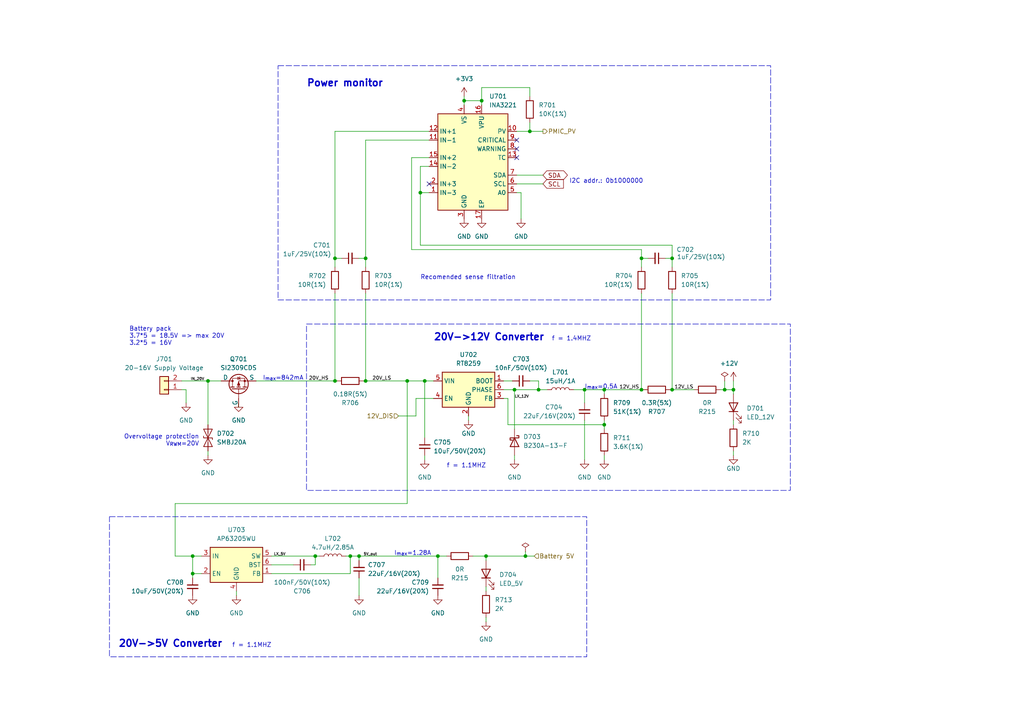
<source format=kicad_sch>
(kicad_sch (version 20230121) (generator eeschema)
  (paper "A4")
  (title_block (title "Radar Safety Sensor") (date "2023-12-20") (rev "Rev.: 1.0") (company "ALPS Electric Czech, s.r.o.") (comment 1 "Designed by Martin Tavoda"))
  (lib_symbols
    (symbol "+3V3_2" (power) (pin_names (offset 0))
      (property "Value" "+3V3_2" (at 0 3.556 0))
      (symbol "+3V3_2_0_1"
        (polyline (pts (xy -0.762 1.27) (xy 0 2.54)))
        (polyline (pts (xy 0 0) (xy 0 2.54)))
        (polyline (pts (xy 0 2.54) (xy 0.762 1.27)))
      )
      (symbol "+3V3_2_1_1"
        (pin power_in line (at 0 0 90) (length 0) hide (name "+3V3") (number "1"))
      )
    )
    (symbol "Connector_Generic:Conn_01x02" (pin_names (offset 1.016) hide)
      (property "Reference" "J" (at 0 2.54 0))
      (property "Value" "Conn_01x02" (at 0 -5.08 0))
      (symbol "Conn_01x02_1_1"
        (rectangle (start -1.27 -2.413) (end 0 -2.667) (stroke (width 0.1524)))
        (rectangle (start -1.27 0.127) (end 0 -0.127) (stroke (width 0.1524)))
        (rectangle (start -1.27 1.27) (end 1.27 -3.81) (stroke (width 0.254)) (fill (type background)))
        (pin passive line (at -5.08 0 0) (length 3.81) (name "Pin_1") (number "1"))
        (pin passive line (at -5.08 -2.54 0) (length 3.81) (name "Pin_2") (number "2"))
      )
    )
    (symbol "Device:C_Small" (pin_numbers hide) (pin_names (offset 0.254) hide)
      (property "Reference" "C" (at 0.254 1.778 0))
      (property "Value" "C_Small" (at 0.254 -2.032 0))
      (symbol "C_Small_0_1"
        (polyline (pts (xy -1.524 -0.508) (xy 1.524 -0.508)) (stroke (width 0.3302)))
        (polyline (pts (xy -1.524 0.508) (xy 1.524 0.508)) (stroke (width 0.3048)))
      )
      (symbol "C_Small_1_1"
        (pin passive line (at 0 2.54 270) (length 2.032) (name "~") (number "1"))
        (pin passive line (at 0 -2.54 90) (length 2.032) (name "~") (number "2"))
      )
    )
    (symbol "Device:D_Schottky" (pin_numbers hide) (pin_names (offset 1.016) hide)
      (property "Reference" "D" (at 0 2.54 0))
      (property "Value" "D_Schottky" (at 0 -2.54 0))
      (symbol "D_Schottky_0_1"
        (polyline (pts (xy 1.27 0) (xy -1.27 0)))
        (polyline (pts (xy 1.27 1.27) (xy 1.27 -1.27) (xy -1.27 0) (xy 1.27 1.27)) (stroke (width 0.254)))
        (polyline (pts (xy -1.905 0.635) (xy -1.905 1.27) (xy -1.27 1.27) (xy -1.27 -1.27) (xy -0.635 -1.27) (xy -0.635 -0.635)) (stroke (width 0.254)))
      )
      (symbol "D_Schottky_1_1"
        (pin passive line (at -3.81 0 0) (length 2.54) (name "K") (number "1"))
        (pin passive line (at 3.81 0 180) (length 2.54) (name "A") (number "2"))
      )
    )
    (symbol "Device:L" (pin_numbers hide) (pin_names (offset 1.016) hide)
      (property "Reference" "L" (at -1.27 0 90))
      (property "Value" "L" (at 1.905 0 90))
      (symbol "L_0_1"
        (arc (start 0 -2.54) (mid 0.6323 -1.905) (end 0 -1.27))
        (arc (start 0 -1.27) (mid 0.6323 -0.635) (end 0 0))
        (arc (start 0 0) (mid 0.6323 0.635) (end 0 1.27))
        (arc (start 0 1.27) (mid 0.6323 1.905) (end 0 2.54))
      )
      (symbol "L_1_1"
        (pin passive line (at 0 3.81 270) (length 1.27) (name "1") (number "1"))
        (pin passive line (at 0 -3.81 90) (length 1.27) (name "2") (number "2"))
      )
    )
    (symbol "Device:LED" (pin_numbers hide) (pin_names (offset 1.016) hide)
      (property "Reference" "D" (at 0 2.54 0))
      (property "Value" "LED" (at 0 -2.54 0))
      (symbol "LED_0_1"
        (polyline (pts (xy -1.27 -1.27) (xy -1.27 1.27)) (stroke (width 0.254)))
        (polyline (pts (xy -1.27 0) (xy 1.27 0)))
        (polyline (pts (xy 1.27 -1.27) (xy 1.27 1.27) (xy -1.27 0) (xy 1.27 -1.27)) (stroke (width 0.254)))
        (polyline (pts (xy -3.048 -0.762) (xy -4.572 -2.286) (xy -3.81 -2.286) (xy -4.572 -2.286) (xy -4.572 -1.524)))
        (polyline (pts (xy -1.778 -0.762) (xy -3.302 -2.286) (xy -2.54 -2.286) (xy -3.302 -2.286) (xy -3.302 -1.524)))
      )
      (symbol "LED_1_1"
        (pin passive line (at -3.81 0 0) (length 2.54) (name "K") (number "1"))
        (pin passive line (at 3.81 0 180) (length 2.54) (name "A") (number "2"))
      )
    )
    (symbol "Device:R" (pin_numbers hide) (pin_names (offset 0))
      (property "Reference" "R" (at 2.032 0 90))
      (property "Value" "R" (at 0 0 90))
      (symbol "R_0_1"
        (rectangle (start -1.016 -2.54) (end 1.016 2.54) (stroke (width 0.254)))
      )
      (symbol "R_1_1"
        (pin passive line (at 0 3.81 270) (length 1.27) (name "~") (number "1"))
        (pin passive line (at 0 -3.81 90) (length 1.27) (name "~") (number "2"))
      )
    )
    (symbol "Diode:SD05_SOD323" (pin_numbers hide) (pin_names (offset 1.016) hide)
      (property "Reference" "D" (at 0 2.54 0))
      (property "Value" "SD05_SOD323" (at 0 -2.54 0))
      (symbol "SD05_SOD323_0_1"
        (polyline (pts (xy 1.27 0) (xy -1.27 0)))
        (polyline (pts (xy -2.54 -1.27) (xy 0 0) (xy -2.54 1.27) (xy -2.54 -1.27)) (stroke (width 0.2032)))
        (polyline (pts (xy 0.508 1.27) (xy 0 1.27) (xy 0 -1.27) (xy -0.508 -1.27)) (stroke (width 0.2032)))
        (polyline (pts (xy 2.54 1.27) (xy 2.54 -1.27) (xy 0 0) (xy 2.54 1.27)) (stroke (width 0.2032)))
      )
      (symbol "SD05_SOD323_1_1"
        (pin passive line (at -3.81 0 0) (length 2.54) (name "A1") (number "1"))
        (pin passive line (at 3.81 0 180) (length 2.54) (name "A2") (number "2"))
      )
    )
    (symbol "Power_Management:INA3221"
      (property "Reference" "U" (at -10.16 17.78 0))
      (property "Value" "INA3221" (at 5.08 17.78 0))
      (symbol "INA3221_0_1"
        (rectangle (start 10.16 -12.7) (end -10.16 15.24) (stroke (width 0.254)) (fill (type background)))
      )
      (symbol "INA3221_1_1"
        (pin input line (at -12.7 -7.62 0) (length 2.54) (name "IN-3") (number "1"))
        (pin open_collector line (at 12.7 10.16 180) (length 2.54) (name "PV") (number "10"))
        (pin input line (at -12.7 7.62 0) (length 2.54) (name "IN-1") (number "11"))
        (pin input line (at -12.7 10.16 0) (length 2.54) (name "IN+1") (number "12"))
        (pin open_collector line (at 12.7 2.54 180) (length 2.54) (name "TC") (number "13"))
        (pin input line (at -12.7 0 0) (length 2.54) (name "IN-2") (number "14"))
        (pin input line (at -12.7 2.54 0) (length 2.54) (name "IN+2") (number "15"))
        (pin power_in line (at 2.54 17.78 270) (length 2.54) (name "VPU") (number "16"))
        (pin passive line (at 2.54 -15.24 90) (length 2.54) (name "EP") (number "17"))
        (pin input line (at -12.7 -5.08 0) (length 2.54) (name "IN+3") (number "2"))
        (pin power_in line (at -2.54 -15.24 90) (length 2.54) (name "GND") (number "3"))
        (pin power_in line (at -2.54 17.78 270) (length 2.54) (name "VS") (number "4"))
        (pin input line (at 12.7 -7.62 180) (length 2.54) (name "A0") (number "5"))
        (pin input line (at 12.7 -5.08 180) (length 2.54) (name "SCL") (number "6"))
        (pin bidirectional line (at 12.7 -2.54 180) (length 2.54) (name "SDA") (number "7"))
        (pin open_collector line (at 12.7 5.08 180) (length 2.54) (name "WARNING") (number "8"))
        (pin open_collector line (at 12.7 7.62 180) (length 2.54) (name "CRITICAL") (number "9"))
      )
    )
    (symbol "Regulator_Switching:AP63205WU"
      (property "Reference" "U" (at -7.62 6.35 0))
      (property "Value" "AP63205WU" (at 2.54 6.35 0))
      (symbol "AP63205WU_0_1"
        (rectangle (start -7.62 5.08) (end 7.62 -5.08) (stroke (width 0.254)) (fill (type background)))
      )
      (symbol "AP63205WU_1_1"
        (pin input line (at 10.16 -2.54 180) (length 2.54) (name "FB") (number "1"))
        (pin input line (at -10.16 -2.54 0) (length 2.54) (name "EN") (number "2"))
        (pin power_in line (at -10.16 2.54 0) (length 2.54) (name "IN") (number "3"))
        (pin power_in line (at 0 -7.62 90) (length 2.54) (name "GND") (number "4"))
        (pin output line (at 10.16 2.54 180) (length 2.54) (name "SW") (number "5"))
        (pin passive line (at 10.16 0 180) (length 2.54) (name "BST") (number "6"))
      )
    )
    (symbol "Regulator_Switching:RT8259"
      (property "Reference" "U401" (at 0 10.16 0))
      (property "Value" "RT8259" (at 0 7.62 0))
      (symbol "RT8259_0_1"
        (rectangle (start -7.62 5.08) (end 7.62 -5.08) (stroke (width 0.254)) (fill (type background)))
      )
      (symbol "RT8259_1_1"
        (pin input line (at 10.16 2.54 180) (length 2.54) (name "BOOT") (number "1"))
        (pin power_in line (at 0 -7.62 90) (length 2.54) (name "GND") (number "2"))
        (pin input line (at 10.16 -2.54 180) (length 2.54) (name "FB") (number "3"))
        (pin input line (at -10.16 -2.54 0) (length 2.54) (name "EN") (number "4"))
        (pin power_in line (at -10.16 2.54 0) (length 2.54) (name "VIN") (number "5"))
        (pin output line (at 10.16 0 180) (length 2.54) (name "PHASE") (number "6"))
      )
    )
    (symbol "Simulation_SPICE:PMOS" (pin_numbers hide) (pin_names (offset 0))
      (property "Reference" "Q" (at 5.08 1.27 0))
      (property "Value" "PMOS" (at 5.08 -1.27 0))
      (symbol "PMOS_0_1"
        (polyline (pts (xy 0.254 0) (xy -2.54 0)))
        (polyline (pts (xy 0.254 1.905) (xy 0.254 -1.905)) (stroke (width 0.254)))
        (polyline (pts (xy 0.762 -1.27) (xy 0.762 -2.286)) (stroke (width 0.254)))
        (polyline (pts (xy 0.762 0.508) (xy 0.762 -0.508)) (stroke (width 0.254)))
        (polyline (pts (xy 0.762 2.286) (xy 0.762 1.27)) (stroke (width 0.254)))
        (polyline (pts (xy 2.54 2.54) (xy 2.54 1.778)))
        (polyline (pts (xy 2.54 -2.54) (xy 2.54 0) (xy 0.762 0)))
        (polyline (pts (xy 0.762 1.778) (xy 3.302 1.778) (xy 3.302 -1.778) (xy 0.762 -1.778)))
        (polyline (pts (xy 2.286 0) (xy 1.27 0.381) (xy 1.27 -0.381) (xy 2.286 0)) (fill (type outline)))
        (polyline (pts (xy 2.794 -0.508) (xy 2.921 -0.381) (xy 3.683 -0.381) (xy 3.81 -0.254)))
        (polyline (pts (xy 3.302 -0.381) (xy 2.921 0.254) (xy 3.683 0.254) (xy 3.302 -0.381)))
        (circle (center 1.651 0) (radius 2.794) (stroke (width 0.254)))
        (circle (center 2.54 -1.778) (radius 0.254) (fill (type outline)))
        (circle (center 2.54 1.778) (radius 0.254) (fill (type outline)))
      )
      (symbol "PMOS_1_1"
        (pin passive line (at 2.54 5.08 270) (length 2.54) (name "D") (number "1"))
        (pin input line (at -5.08 0 0) (length 2.54) (name "G") (number "2"))
        (pin passive line (at 2.54 -5.08 90) (length 2.54) (name "S") (number "3"))
      )
    )
    (symbol "power:+12V" (power) (pin_names (offset 0))
      (property "Value" "+12V" (at 0 3.556 0))
      (symbol "+12V_0_1"
        (polyline (pts (xy -0.762 1.27) (xy 0 2.54)))
        (polyline (pts (xy 0 0) (xy 0 2.54)))
        (polyline (pts (xy 0 2.54) (xy 0.762 1.27)))
      )
      (symbol "+12V_1_1"
        (pin power_in line (at 0 0 90) (length 0) hide (name "+12V") (number "1"))
      )
    )
    (symbol "power:GND" (power) (pin_names (offset 0))
      (property "Value" "GND" (at 0 -3.81 0))
      (symbol "GND_0_1"
        (polyline (pts (xy 0 0) (xy 0 -1.27) (xy 1.27 -1.27) (xy 0 -2.54) (xy -1.27 -1.27) (xy 0 -1.27)))
      )
      (symbol "GND_1_1"
        (pin power_in line (at 0 0 270) (length 0) hide (name "GND") (number "1"))
      )
    )
    (symbol "power:PWR_FLAG" (power) (pin_numbers hide) (pin_names (offset 0) hide)
      (property "Value" "PWR_FLAG" (at 0 3.81 0))
      (symbol "PWR_FLAG_0_0"
        (pin power_out line (at 0 0 90) (length 0) (name "pwr") (number "1"))
      )
      (symbol "PWR_FLAG_0_1"
        (polyline (pts (xy 0 0) (xy 0 1.27) (xy -1.016 1.905) (xy 0 2.54) (xy 1.016 1.905) (xy 0 1.27)))
      )
    )
  )
  (junction (at 127 161.29))
  (junction (at 212.725 113.03))
  (junction (at 97.155 110.49))
  (junction (at 55.88 166.37))
  (junction (at 169.545 113.03))
  (junction (at 194.945 113.03))
  (junction (at 210.185 113.03))
  (junction (at 152.4 161.29))
  (junction (at 97.155 74.93))
  (junction (at 156.21 113.03))
  (junction (at 60.325 110.49))
  (junction (at 118.11 110.49))
  (junction (at 186.055 74.93))
  (junction (at 175.26 123.19))
  (junction (at 140.97 161.29))
  (junction (at 153.67 38.1))
  (junction (at 186.055 113.03))
  (junction (at 106.045 74.93))
  (junction (at 55.88 161.29))
  (junction (at 101.6 161.29))
  (junction (at 175.26 113.03))
  (junction (at 91.44 161.29))
  (junction (at 149.225 113.03))
  (junction (at 194.945 74.93))
  (junction (at 104.14 161.29))
  (junction (at 123.19 110.49))
  (junction (at 106.045 110.49))
  (junction (at 139.7 29.21))
  (junction (at 121.92 55.88))
  (junction (at 134.62 29.21))
  (no_connect (at 149.86 43.18))
  (no_connect (at 149.86 45.72))
  (no_connect (at 124.46 53.34))
  (no_connect (at 149.86 40.64))
  (wire (pts (xy 55.88 161.29) (xy 55.88 166.37)))
  (wire (pts (xy 55.88 161.29) (xy 58.42 161.29)))
  (wire (pts (xy 153.67 38.1) (xy 157.48 38.1)))
  (wire (pts (xy 140.97 161.29) (xy 152.4 161.29)))
  (wire (pts (xy 78.74 166.37) (xy 101.6 166.37)))
  (wire (pts (xy 53.975 113.03) (xy 53.975 116.84)))
  (wire (pts (xy 104.14 161.29) (xy 127 161.29)))
  (wire (pts (xy 101.6 161.29) (xy 100.33 161.29)))
  (wire (pts (xy 134.62 27.94) (xy 134.62 29.21)))
  (wire (pts (xy 91.44 163.83) (xy 91.44 161.29)))
  (wire (pts (xy 55.88 166.37) (xy 55.88 167.64)))
  (wire (pts (xy 186.055 113.03) (xy 186.69 113.03)))
  (wire (pts (xy 127 161.29) (xy 129.54 161.29)))
  (wire (pts (xy 175.26 121.92) (xy 175.26 123.19)))
  (wire (pts (xy 169.545 133.35) (xy 169.545 121.92)))
  (wire (pts (xy 149.86 55.88) (xy 151.13 55.88)))
  (wire (pts (xy 210.185 113.03) (xy 212.725 113.03)))
  (wire (pts (xy 156.21 110.49) (xy 153.67 110.49)))
  (wire (pts (xy 60.325 110.49) (xy 64.135 110.49)))
  (wire (pts (xy 52.705 113.03) (xy 53.975 113.03)))
  (wire (pts (xy 104.14 74.93) (xy 106.045 74.93)))
  (wire (pts (xy 212.725 132.08) (xy 212.725 130.81)))
  (wire (pts (xy 55.88 166.37) (xy 58.42 166.37)))
  (wire (pts (xy 137.16 161.29) (xy 140.97 161.29)))
  (wire (pts (xy 149.86 53.34) (xy 157.48 53.34)))
  (wire (pts (xy 134.62 29.21) (xy 134.62 30.48)))
  (wire (pts (xy 60.325 130.81) (xy 60.325 132.08)))
  (wire (pts (xy 97.155 85.09) (xy 97.155 110.49)))
  (wire (pts (xy 97.155 77.47) (xy 97.155 74.93)))
  (wire (pts (xy 127 167.64) (xy 127 161.29)))
  (wire (pts (xy 153.67 25.4) (xy 153.67 27.94)))
  (wire (pts (xy 149.225 113.03) (xy 149.225 124.46)))
  (wire (pts (xy 156.21 113.03) (xy 156.21 110.49)))
  (wire (pts (xy 69.215 116.84) (xy 69.215 118.11)))
  (wire (pts (xy 50.8 161.29) (xy 50.8 146.05)))
  (wire (pts (xy 60.325 110.49) (xy 60.325 123.19)))
  (wire (pts (xy 151.13 55.88) (xy 151.13 63.5)))
  (wire (pts (xy 140.97 179.07) (xy 140.97 180.34)))
  (wire (pts (xy 175.26 113.03) (xy 175.26 114.3)))
  (wire (pts (xy 97.155 38.1) (xy 97.155 74.93)))
  (wire (pts (xy 115.57 120.65) (xy 120.65 120.65)))
  (wire (pts (xy 106.045 74.93) (xy 106.045 77.47)))
  (wire (pts (xy 104.14 161.29) (xy 101.6 161.29)))
  (wire (pts (xy 186.055 72.39) (xy 186.055 74.93)))
  (wire (pts (xy 140.97 170.18) (xy 140.97 171.45)))
  (wire (pts (xy 146.05 115.57) (xy 147.32 115.57)))
  (wire (pts (xy 121.92 48.26) (xy 121.92 55.88)))
  (wire (pts (xy 139.7 29.21) (xy 139.7 25.4)))
  (wire (pts (xy 106.045 85.09) (xy 106.045 110.49)))
  (wire (pts (xy 123.19 133.35) (xy 123.19 132.08)))
  (wire (pts (xy 194.945 85.09) (xy 194.945 113.03)))
  (wire (pts (xy 169.545 113.03) (xy 175.26 113.03)))
  (wire (pts (xy 118.11 110.49) (xy 123.19 110.49)))
  (wire (pts (xy 106.045 40.64) (xy 106.045 74.93)))
  (wire (pts (xy 146.05 113.03) (xy 149.225 113.03)))
  (wire (pts (xy 194.945 71.12) (xy 194.945 74.93)))
  (wire (pts (xy 105.41 110.49) (xy 106.045 110.49)))
  (wire (pts (xy 78.74 161.29) (xy 91.44 161.29)))
  (wire (pts (xy 121.92 55.88) (xy 121.92 71.12)))
  (wire (pts (xy 175.26 133.35) (xy 175.26 132.08)))
  (wire (pts (xy 118.11 110.49) (xy 118.11 146.05)))
  (wire (pts (xy 149.86 50.8) (xy 157.48 50.8)))
  (wire (pts (xy 149.225 133.35) (xy 149.225 132.08)))
  (wire (pts (xy 186.055 85.09) (xy 186.055 113.03)))
  (wire (pts (xy 68.58 172.72) (xy 68.58 171.45)))
  (wire (pts (xy 104.14 161.29) (xy 104.14 162.56)))
  (wire (pts (xy 186.055 74.93) (xy 187.96 74.93)))
  (wire (pts (xy 120.65 115.57) (xy 125.73 115.57)))
  (wire (pts (xy 212.725 110.49) (xy 212.725 113.03)))
  (wire (pts (xy 104.14 172.72) (xy 104.14 167.64)))
  (wire (pts (xy 147.32 115.57) (xy 147.32 123.19)))
  (wire (pts (xy 186.055 74.93) (xy 186.055 77.47)))
  (wire (pts (xy 140.97 161.29) (xy 140.97 162.56)))
  (wire (pts (xy 119.38 72.39) (xy 186.055 72.39)))
  (wire (pts (xy 149.86 38.1) (xy 153.67 38.1)))
  (wire (pts (xy 134.62 29.21) (xy 139.7 29.21)))
  (wire (pts (xy 153.67 35.56) (xy 153.67 38.1)))
  (wire (pts (xy 149.225 113.03) (xy 156.21 113.03)))
  (wire (pts (xy 208.915 113.03) (xy 210.185 113.03)))
  (wire (pts (xy 124.46 45.72) (xy 119.38 45.72)))
  (wire (pts (xy 52.705 110.49) (xy 60.325 110.49)))
  (wire (pts (xy 166.37 113.03) (xy 169.545 113.03)))
  (wire (pts (xy 152.4 160.02) (xy 152.4 161.29)))
  (wire (pts (xy 152.4 161.29) (xy 154.94 161.29)))
  (wire (pts (xy 175.26 113.03) (xy 186.055 113.03)))
  (wire (pts (xy 194.945 74.93) (xy 194.945 77.47)))
  (wire (pts (xy 212.725 121.92) (xy 212.725 123.19)))
  (wire (pts (xy 123.19 110.49) (xy 123.19 127)))
  (wire (pts (xy 78.74 163.83) (xy 85.09 163.83)))
  (wire (pts (xy 147.32 123.19) (xy 175.26 123.19)))
  (wire (pts (xy 169.545 113.03) (xy 169.545 116.84)))
  (wire (pts (xy 156.21 113.03) (xy 158.75 113.03)))
  (wire (pts (xy 194.945 113.03) (xy 201.295 113.03)))
  (wire (pts (xy 97.155 38.1) (xy 124.46 38.1)))
  (wire (pts (xy 124.46 40.64) (xy 106.045 40.64)))
  (wire (pts (xy 106.045 110.49) (xy 118.11 110.49)))
  (wire (pts (xy 97.155 110.49) (xy 97.79 110.49)))
  (wire (pts (xy 91.44 161.29) (xy 92.71 161.29)))
  (wire (pts (xy 125.73 110.49) (xy 123.19 110.49)))
  (wire (pts (xy 175.26 123.19) (xy 175.26 124.46)))
  (wire (pts (xy 121.92 55.88) (xy 124.46 55.88)))
  (wire (pts (xy 194.31 113.03) (xy 194.945 113.03)))
  (wire (pts (xy 194.945 74.93) (xy 193.04 74.93)))
  (wire (pts (xy 139.7 25.4) (xy 153.67 25.4)))
  (wire (pts (xy 121.92 71.12) (xy 194.945 71.12)))
  (wire (pts (xy 99.06 74.93) (xy 97.155 74.93)))
  (wire (pts (xy 210.185 110.49) (xy 210.185 113.03)))
  (wire (pts (xy 50.8 161.29) (xy 55.88 161.29)))
  (wire (pts (xy 50.8 146.05) (xy 118.11 146.05)))
  (wire (pts (xy 74.295 110.49) (xy 97.155 110.49)))
  (wire (pts (xy 101.6 166.37) (xy 101.6 161.29)))
  (wire (pts (xy 146.05 110.49) (xy 148.59 110.49)))
  (wire (pts (xy 90.17 163.83) (xy 91.44 163.83)))
  (wire (pts (xy 135.89 120.65) (xy 135.89 121.92)))
  (wire (pts (xy 120.65 120.65) (xy 120.65 115.57)))
  (wire (pts (xy 212.725 113.03) (xy 212.725 114.3)))
  (wire (pts (xy 139.7 30.48) (xy 139.7 29.21)))
  (wire (pts (xy 119.38 45.72) (xy 119.38 72.39)))
  (wire (pts (xy 124.46 48.26) (xy 121.92 48.26)))
  (rectangle (start 31.75 149.86) (end 170.18 190.5) (stroke (width 0) (type dash)))
  (rectangle (start 80.645 19.05) (end 223.52 86.995) (stroke (width 0) (type dash)))
  (rectangle (start 88.9 93.98) (end 229.235 142.24) (stroke (width 0) (type dash)))
  (text "20V->5V Converter" (at 34.29 187.96 0) (effects (font (size 2 2) (thickness 0.4) bold) (justify left bottom)))
  (text "20V->12V Converter" (at 125.73 99.06 0) (effects (font (size 2 2) (thickness 0.4) bold) (justify left bottom)))
  (text "Overvoltage protection\nV_{RWM}=20V" (at 57.785 129.54 0) (effects (font (size 1.27 1.27)) (justify right bottom)))
  (text "f = 1.4MHZ" (at 160.02 99.06 0) (effects (font (size 1.27 1.27)) (justify left bottom)))
  (text "Maximum electrical ratings:\nCP2102N 3V3 10mA (USB)\nESP32 3V3 500mA\nMPU 3V3 4mA\nD52 ANT 3V3 20mA\nIP101 PHY 3V3 500mA\nPMICs 3.3V 0.5mA + 0.4mA + 0.03mA + 0.3mA = 1.3mA\nRESERVE: 200mA\n3V3 1.23A = 4W -> (94%)@4.24W\n\nLEDs 5V 720mA = 3.6W + 4.24W -> (87%)@8.8592W\nRadar 12V 500mA = 6W -> (90%)@6.6W \n\n15.46W -> 	20V @ 773mA\n			16.5V @ 937mA\n\n\n" (at 314.96 48.26 0) (effects (font (size 1.27 1.27)) (justify left bottom)))
  (text "I_{max}=842mA" (at 76.2 110.49 0) (effects (font (size 1.27 1.27)) (justify left bottom)))
  (text "I2C addr.: 0b1000000\n" (at 165.1 53.34 0) (effects (font (size 1.27 1.27)) (justify left bottom)))
  (text "Battery pack\n3.7*5 = 18.5V => max 20V\n3.2*5 = 16V\n" (at 37.465 100.33 0) (effects (font (size 1.27 1.27)) (justify left bottom)))
  (text "I_{max}=1.28A" (at 114.3 161.29 0) (effects (font (size 1.27 1.27)) (justify left bottom)))
  (text "Power monitor" (at 88.9 25.4 0) (effects (font (size 2 2) (thickness 0.4) bold) (justify left bottom)))
  (text "f = 1.1MHZ" (at 129.54 135.89 0) (effects (font (size 1.27 1.27)) (justify left bottom)))
  (text "f = 1.1MHZ" (at 67.31 187.96 0) (effects (font (size 1.27 1.27)) (justify left bottom)))
  (text "Recomended sense filtration" (at 121.92 81.28 0) (effects (font (size 1.27 1.27)) (justify left bottom)))
  (text "I_{max}=0.5A" (at 169.545 113.03 0) (effects (font (size 1.27 1.27)) (justify left bottom)))
  (label "5V_out" (at 105.41 161.29 0) (effects (font (size 0.762 0.762))))
  (label "LX_12V" (at 149.225 115.57 0) (effects (font (size 0.762 0.762))))
  (label "12V_LS" (at 195.58 113.03 0) (effects (font (size 1.016 1.016))))
  (label "IN_20V" (at 55.245 110.49 0) (effects (font (size 0.762 0.762))))
  (label "12V_HS" (at 185.42 113.03 180) (effects (font (size 1.016 1.016))))
  (label "20V_HS" (at 89.535 110.49 0) (effects (font (size 1.016 1.016))))
  (label "20V_LS" (at 107.95 110.49 0) (effects (font (size 1.016 1.016))))
  (label "LX_5V" (at 79.375 161.29 0) (effects (font (size 0.762 0.762))))
  (global_label "SDA" (shape bidirectional) (at 157.48 50.8 0) (property "Intersheetrefs" "${INTERSHEET_REFS}" (effects hide)))
  (global_label "SCL" (shape input) (at 157.48 53.34 0) (property "Intersheetrefs" "${INTERSHEET_REFS}" (effects hide)))
  (hierarchical_label "12V_DIS" (shape input) (at 115.57 120.65 180))
  (hierarchical_label "PMIC_PV" (shape output) (at 157.48 38.1 0))
  (hierarchical_label "Battery 5V" (shape input) (at 154.94 161.29 0))
  (symbol (lib_id "Power_Management:INA3221") (at 137.16 48.26 0) (unit 1)
    (property "Reference" "U701" (at 141.8941 27.94 0) (effects (justify left)))
    (property "Value" "INA3221" (at 141.8941 30.48 0) (effects (justify left)))
    (property "Footprint" "Package_DFN_QFN:Texas_RGV_S-PVQFN-N16_EP2.1x2.1mm" (effects hide))
    (property "Datasheet" "http://www.ti.com/lit/ds/symlink/ina3221.pdf" (effects hide))
    (property "LCSC" "C181255" (effects hide))
  )
  (symbol (lib_id "Device:LED") (at 212.725 118.11 90) (unit 1)
    (property "Reference" "D701" (at 216.535 118.4275 90) (effects (justify right)))
    (property "Value" "LED_12V" (at 216.535 120.9675 90) (effects (justify right)))
    (property "Footprint" "LED_SMD:LED_0603_1608Metric" (effects hide))
    (property "Datasheet" "https://datasheet.lcsc.com/lcsc/1810231822_Lite-On-LTST-C193KFKT-5A_C284922.pdf" (effects hide))
    (property "LCSC" "C284922" (effects hide))
  )
  (symbol (lib_id "Connector_Generic:Conn_01x02") (at 47.625 113.03 180) (unit 1)
    (property "Reference" "J701" (at 47.625 104.14 0))
    (property "Value" "20-16V Supply Voltage" (at 47.625 106.68 0))
    (property "Footprint" "Connector_Molex:Molex_39521-1002" (effects hide))
    (property "Mouser" "538-39521-1002" (effects hide))
  )
  (symbol (lib_id "power:GND") (at 169.545 133.35 0) (unit 1)
    (property "Reference" "#PWR0713" (effects hide))
    (property "Value" "GND" (at 169.545 138.43 0))
  )
  (symbol (lib_id "Device:R") (at 133.35 161.29 90) (unit 1)
    (property "Reference" "R215" (at 133.35 167.64 90))
    (property "Value" "0R" (at 133.35 165.1 90))
    (property "Footprint" "Resistor_SMD:R_0805_2012Metric" (effects hide))
    (property "LCSC" "C17477" (effects hide))
    (instances (project "CycloRadarDemoKit" (path "" (reference "R215") (unit 1)) (path "" (reference "R712") (unit 1))))
  )
  (symbol (lib_id "Device:C_Small") (at 101.6 74.93 90) (unit 1)
    (property "Reference" "C701" (at 93.345 71.12 90))
    (property "Value" "1uF/25V(10%)" (at 89.0511 73.6664 90))
    (property "Footprint" "Capacitor_SMD:C_0402_1005Metric" (effects hide))
    (property "LCSC" "C52923" (effects hide))
  )
  (symbol (lib_id "power:GND") (at 135.89 121.92 0) (unit 1)
    (property "Reference" "#PWR0708" (effects hide))
    (property "Value" "GND" (at 135.89 125.73 0))
  )
  (symbol (lib_id "power:GND") (at 53.975 116.84 0) (unit 1)
    (property "Reference" "#PWR0706" (effects hide))
    (property "Value" "GND" (at 53.975 121.92 0))
  )
  (symbol (lib_id "power:+12V") (at 212.725 110.49 0) (unit 1)
    (property "Reference" "#PWR0705" (effects hide))
    (property "Value" "+12V" (at 211.455 105.41 0))
  )
  (symbol (lib_id "Simulation_SPICE:PMOS") (at 69.215 113.03 90) (unit 1)
    (property "Reference" "Q701" (at 69.215 104.14 90))
    (property "Value" "SI2309CDS" (at 69.215 106.68 90))
    (property "Footprint" "Package_TO_SOT_SMD:SOT-23" (effects hide))
    (property "Datasheet" "https://datasheet.lcsc.com/lcsc/2205241716_TECH-PUBLIC-SI2309CDS_C3021112.pdf" (effects hide))
    (property "Sim.Device" "PMOS" (effects hide))
    (property "Sim.Type" "VDMOS" (effects hide))
    (property "Sim.Pins" "1=D 2=G 3=S" (effects hide))
    (property "LCSC" "C3021112" (effects hide))
  )
  (symbol (lib_id "Regulator_Switching:RT8259") (at 135.89 113.03 0) (unit 1)
    (property "Reference" "U702" (at 135.89 102.87 0))
    (property "Value" "RT8259" (at 135.89 105.41 0))
    (property "Footprint" "Package_TO_SOT_SMD:TSOT-23-6" (effects hide))
    (property "Datasheet" "https://www.richtek.com/assets/product_file/RT8259/DS8259-03.pdf" (effects hide))
    (property "LCSC" "C425775" (effects hide))
  )
  (symbol (lib_id "Device:R") (at 97.155 81.28 0) (mirror y) (unit 1)
    (property "Reference" "R702" (at 94.615 80.01 0) (effects (justify left)))
    (property "Value" "10R(1%)" (at 94.615 82.55 0) (effects (justify left)))
    (property "Footprint" "Capacitor_SMD:C_0603_1608Metric" (effects hide))
    (property "LCSC" "C22859" (effects hide))
  )
  (symbol (lib_id "Device:R") (at 101.6 110.49 90) (unit 1)
    (property "Reference" "R706" (at 101.6 116.84 90))
    (property "Value" "0.18R(5%)" (at 101.6 114.3 90))
    (property "Footprint" "Resistor_SMD:R_Shunt_LTR10EVHJLR18" (effects hide))
    (property "Power" "500mW" (effects hide))
    (property "LCSC" "C253348" (effects hide))
  )
  (symbol (lib_id "power:GND") (at 134.62 63.5 0) (unit 1)
    (property "Reference" "#PWR0702" (effects hide))
    (property "Value" "GND" (at 134.62 68.58 0))
  )
  (symbol (lib_id "Device:R") (at 175.26 118.11 0) (unit 1)
    (property "Reference" "R709" (at 177.8 116.84 0) (effects (justify left)))
    (property "Value" "51K(1%)" (at 177.8 119.38 0) (effects (justify left)))
    (property "Footprint" "Resistor_SMD:R_0603_1608Metric" (effects hide))
    (property "LCSC" "C23196" (effects hide))
  )
  (symbol (lib_id "Device:R") (at 186.055 81.28 0) (mirror y) (unit 1)
    (property "Reference" "R704" (at 183.515 80.01 0) (effects (justify left)))
    (property "Value" "10R(1%)" (at 183.515 82.55 0) (effects (justify left)))
    (property "Footprint" "Capacitor_SMD:C_0603_1608Metric" (effects hide))
    (property "LCSC" "C22859" (effects hide))
  )
  (symbol (lib_id "power:GND") (at 68.58 172.72 0) (unit 1)
    (property "Reference" "#PWR0716" (effects hide))
    (property "Value" "GND" (at 68.58 177.8 0))
  )
  (symbol (lib_id "power:GND") (at 127 172.72 0) (mirror y) (unit 1)
    (property "Reference" "#PWR0718" (effects hide))
    (property "Value" "GND" (at 127 177.8 0))
  )
  (symbol (lib_id "power:PWR_FLAG") (at 210.185 110.49 0) (unit 1)
    (property "Reference" "#FLG0701" (effects hide))
    (property "Value" "PWR_FLAG" (effects hide))
  )
  (symbol (lib_id "power:GND") (at 123.19 133.35 0) (unit 1)
    (property "Reference" "#PWR0711" (effects hide))
    (property "Value" "GND" (at 123.19 138.43 0))
  )
  (symbol (lib_id "power:GND") (at 69.215 116.84 0) (unit 1)
    (property "Reference" "#PWR0707" (effects hide))
    (property "Value" "GND" (at 69.215 121.92 0))
  )
  (symbol (lib_id "Device:C_Small") (at 55.88 170.18 0) (mirror y) (unit 1)
    (property "Reference" "C708" (at 53.34 168.9163 0) (effects (justify left)))
    (property "Value" "10uF/50V(20%)" (at 53.34 171.4563 0) (effects (justify left)))
    (property "Footprint" "Capacitor_SMD:C_1206_3216Metric" (effects hide))
    (property "LCSC" "C13585" (effects hide))
  )
  (symbol (lib_name "+3V3_2") (lib_id "power:+3V3") (at 134.62 27.94 0) (unit 1)
    (property "Reference" "#PWR0216" (effects hide))
    (property "Value" "+3V3" (at 134.62 22.86 0))
    (instances (project "CycloRadarDemoKit" (path "" (reference "#PWR0216") (unit 1)) (path "" (reference "#PWR0701") (unit 1))))
  )
  (symbol (lib_id "power:PWR_FLAG") (at 152.4 160.02 0) (unit 1)
    (property "Reference" "#FLG0702" (effects hide))
    (property "Value" "PWR_FLAG" (effects hide))
  )
  (symbol (lib_id "Device:R") (at 175.26 128.27 0) (unit 1)
    (property "Reference" "R711" (at 177.8 127 0) (effects (justify left)))
    (property "Value" "3.6K(1%)" (at 177.8 129.54 0) (effects (justify left)))
    (property "Footprint" "Resistor_SMD:R_0603_1608Metric" (effects hide))
    (property "LCSC" "C22980" (effects hide))
  )
  (symbol (lib_id "Device:C_Small") (at 151.13 110.49 90) (unit 1)
    (property "Reference" "C703" (at 151.13 104.14 90))
    (property "Value" "10nF/50V(10%)" (at 151.13 106.68 90))
    (property "Footprint" "Capacitor_SMD:C_0603_1608Metric" (effects hide))
    (property "LCSC" "C57112" (effects hide))
  )
  (symbol (lib_id "Device:R") (at 212.725 127 0) (unit 1)
    (property "Reference" "R710" (at 215.265 125.73 0) (effects (justify left)))
    (property "Value" "2K" (at 215.265 128.27 0) (effects (justify left)))
    (property "Footprint" "Resistor_SMD:R_0603_1608Metric" (effects hide))
    (property "LCSC" "C22975" (effects hide))
  )
  (symbol (lib_id "Device:C_Small") (at 104.14 165.1 180) (unit 1)
    (property "Reference" "C707" (at 106.68 163.83 0) (effects (justify right)))
    (property "Value" "22uF/16V(20%)" (at 106.68 166.3636 0) (effects (justify right)))
    (property "Footprint" "Capacitor_SMD:C_1206_3216Metric" (effects hide))
    (property "LCSC" "C87162" (effects hide))
  )
  (symbol (lib_id "Device:R") (at 205.105 113.03 90) (mirror x) (unit 1)
    (property "Reference" "R215" (at 205.105 119.38 90))
    (property "Value" "0R" (at 205.105 116.84 90))
    (property "Footprint" "Resistor_SMD:R_0805_2012Metric" (effects hide))
    (property "LCSC" "C17477" (effects hide))
    (instances (project "CycloRadarDemoKit" (path "" (reference "R215") (unit 1)) (path "" (reference "R708") (unit 1))))
  )
  (symbol (lib_id "Regulator_Switching:AP63205WU") (at 68.58 163.83 0) (unit 1)
    (property "Reference" "U703" (at 68.58 153.67 0))
    (property "Value" "AP63205WU" (at 68.58 156.21 0))
    (property "Footprint" "Package_TO_SOT_SMD:TSOT-23-6" (effects hide))
    (property "Datasheet" "https://www.diodes.com/assets/Datasheets/AP63200-AP63201-AP63203-AP63205.pdf" (effects hide))
    (property "LCSC" "C2071056" (effects hide))
  )
  (symbol (lib_id "power:GND") (at 175.26 133.35 0) (unit 1)
    (property "Reference" "#PWR0714" (effects hide))
    (property "Value" "GND" (at 175.26 138.43 0))
  )
  (symbol (lib_id "Device:C_Small") (at 127 170.18 0) (mirror x) (unit 1)
    (property "Reference" "C709" (at 124.46 168.91 0) (effects (justify right)))
    (property "Value" "22uF/16V(20%)" (at 124.46 171.4436 0) (effects (justify right)))
    (property "Footprint" "Capacitor_SMD:C_1206_3216Metric" (effects hide))
    (property "LCSC" "C87162" (effects hide))
  )
  (symbol (lib_id "Device:C_Small") (at 169.545 119.38 0) (mirror x) (unit 1)
    (property "Reference" "C704" (at 163.195 118.1036 0) (effects (justify right)))
    (property "Value" "22uF/16V(20%)" (at 167.005 120.6436 0) (effects (justify right)))
    (property "Footprint" "Capacitor_SMD:C_1206_3216Metric" (effects hide))
    (property "LCSC" "C87162" (effects hide))
  )
  (symbol (lib_id "Device:C_Small") (at 123.19 129.54 0) (unit 1)
    (property "Reference" "C705" (at 125.73 128.2763 0) (effects (justify left)))
    (property "Value" "10uF/50V(20%)" (at 125.73 130.8163 0) (effects (justify left)))
    (property "Footprint" "Capacitor_SMD:C_1206_3216Metric" (effects hide))
    (property "LCSC" "C13585" (effects hide))
  )
  (symbol (lib_id "Device:C_Small") (at 190.5 74.93 270) (mirror x) (unit 1)
    (property "Reference" "C702" (at 198.755 72.39 90))
    (property "Value" "1uF/25V(10%)" (at 203.3476 74.4979 90))
    (property "Footprint" "Capacitor_SMD:C_0402_1005Metric" (effects hide))
    (property "LCSC" "C52923" (effects hide))
  )
  (symbol (lib_id "Device:LED") (at 140.97 166.37 90) (unit 1)
    (property "Reference" "D704" (at 144.78 166.6875 90) (effects (justify right)))
    (property "Value" "LED_5V" (at 144.78 169.2275 90) (effects (justify right)))
    (property "Footprint" "LED_SMD:LED_0603_1608Metric" (effects hide))
    (property "LCSC" "C87326" (effects hide))
  )
  (symbol (lib_id "Device:R") (at 190.5 113.03 90) (unit 1)
    (property "Reference" "R707" (at 190.5 119.38 90))
    (property "Value" "0.3R(5%)" (at 190.5 116.84 90))
    (property "Footprint" "Resistor_SMD:R_1210_3225Metric" (effects hide))
    (property "Datasheet" "https://datasheet.lcsc.com/lcsc/2304140030_TA-I-Tech-RL13FTNR300_C188102.pdf" (effects hide))
    (property "Power" "500mW" (effects hide))
    (property "LCSC" "C188102" (effects hide))
  )
  (symbol (lib_id "Device:R") (at 140.97 175.26 0) (unit 1)
    (property "Reference" "R713" (at 143.51 173.99 0) (effects (justify left)))
    (property "Value" "2K" (at 143.51 176.53 0) (effects (justify left)))
    (property "Footprint" "Resistor_SMD:R_0603_1608Metric" (effects hide))
    (property "LCSC" "C22975" (effects hide))
  )
  (symbol (lib_id "power:GND") (at 104.14 172.72 0) (unit 1)
    (property "Reference" "#PWR0717" (effects hide))
    (property "Value" "GND" (at 104.14 177.8 0))
  )
  (symbol (lib_id "power:GND") (at 60.325 132.08 0) (unit 1)
    (property "Reference" "#PWR0709" (effects hide))
    (property "Value" "GND" (at 60.325 137.16 0))
  )
  (symbol (lib_id "power:GND") (at 140.97 180.34 0) (unit 1)
    (property "Reference" "#PWR0719" (effects hide))
    (property "Value" "GND" (at 140.97 185.42 0))
  )
  (symbol (lib_id "power:GND") (at 55.88 172.72 0) (unit 1)
    (property "Reference" "#PWR0715" (effects hide))
    (property "Value" "GND" (at 55.88 177.8 0))
  )
  (symbol (lib_id "Device:L") (at 96.52 161.29 90) (unit 1)
    (property "Reference" "L702" (at 96.52 156.21 90))
    (property "Value" "4.7uH/2.85A" (at 96.52 158.75 90))
    (property "Footprint" "Inductor_SMD:L_Sunlord_SWPA4020S" (effects hide))
    (property "Datasheet" "https://datasheet.lcsc.com/lcsc/2310251551_Sunlord-WPN4020H4R7MT_C98363.pdf" (effects hide))
    (property "LCSC" "C98363" (effects hide))
    (property "Name" "WPN4020H4R7MT" (effects hide))
  )
  (symbol (lib_id "Device:L") (at 162.56 113.03 90) (unit 1)
    (property "Reference" "L701" (at 162.56 107.95 90))
    (property "Value" "15uH/1A" (at 162.56 110.49 90))
    (property "Footprint" "Inductor_SMD:L_Changjiang_FNR4018S" (effects hide))
    (property "LCSC" "C167809" (effects hide))
  )
  (symbol (lib_id "Device:R") (at 194.945 81.28 0) (unit 1)
    (property "Reference" "R705" (at 197.485 80.01 0) (effects (justify left)))
    (property "Value" "10R(1%)" (at 197.485 82.55 0) (effects (justify left)))
    (property "Footprint" "Capacitor_SMD:C_0603_1608Metric" (effects hide))
    (property "LCSC" "C22859" (effects hide))
  )
  (symbol (lib_id "power:GND") (at 151.13 63.5 0) (unit 1)
    (property "Reference" "#PWR0704" (effects hide))
    (property "Value" "GND" (at 151.13 68.58 0))
  )
  (symbol (lib_id "power:GND") (at 149.225 133.35 0) (unit 1)
    (property "Reference" "#PWR0712" (effects hide))
    (property "Value" "GND" (at 149.225 138.43 0))
  )
  (symbol (lib_id "Device:R") (at 106.045 81.28 0) (unit 1)
    (property "Reference" "R703" (at 108.585 80.01 0) (effects (justify left)))
    (property "Value" "10R(1%)" (at 108.585 82.55 0) (effects (justify left)))
    (property "Footprint" "Capacitor_SMD:C_0603_1608Metric" (effects hide))
    (property "LCSC" "C22859" (effects hide))
  )
  (symbol (lib_id "Diode:SD05_SOD323") (at 60.325 127 90) (unit 1)
    (property "Reference" "D702" (at 62.865 125.73 90) (effects (justify right)))
    (property "Value" "SMBJ20A" (at 62.865 128.27 90) (effects (justify right)))
    (property "Footprint" "Diode_SMD:D_SMB" (effects hide))
    (property "Datasheet" "https://datasheet.lcsc.com/lcsc/2204251600_UMW-Youtai-Semiconductor-Co---Ltd--SMBJ20A_C3001979.pdf" (effects hide))
    (property "LCSC" "C3001979" (effects hide))
  )
  (symbol (lib_id "Device:R") (at 153.67 31.75 0) (unit 1)
    (property "Reference" "R701" (at 156.21 30.48 0) (effects (justify left)))
    (property "Value" "10K(1%)" (at 156.21 33.02 0) (effects (justify left)))
    (property "Footprint" "Resistor_SMD:R_0603_1608Metric" (effects hide))
    (property "LCSC" "C25804" (effects hide))
  )
  (symbol (lib_id "power:GND") (at 139.7 63.5 0) (unit 1)
    (property "Reference" "#PWR0703" (effects hide))
    (property "Value" "GND" (at 139.7 68.58 0))
  )
  (symbol (lib_id "power:GND") (at 212.725 132.08 0) (unit 1)
    (property "Reference" "#PWR0710" (effects hide))
    (property "Value" "GND" (at 212.725 135.89 0))
  )
  (symbol (lib_id "Device:D_Schottky") (at 149.225 128.27 270) (unit 1)
    (property "Reference" "D703" (at 151.765 126.6825 90) (effects (justify left)))
    (property "Value" "B230A-13-F" (at 151.765 129.2225 90) (effects (justify left)))
    (property "Footprint" "Diode_SMD:D_SMA" (effects hide))
    (property "Datasheet" "https://datasheet.lcsc.com/lcsc/2304140030_Diodes-Incorporated-B230A-13-F_C12889.pdf" (effects hide))
    (property "LCSC" "C12889" (effects hide))
  )
  (symbol (lib_id "Device:C_Small") (at 87.63 163.83 90) (mirror x) (unit 1)
    (property "Reference" "C706" (at 87.63 171.45 90))
    (property "Value" "100nF/50V(10%)" (at 87.63 168.91 90))
    (property "Footprint" "Capacitor_SMD:C_0603_1608Metric" (effects hide))
    (property "LCSC" "C14663" (effects hide))
  )
)
</source>
